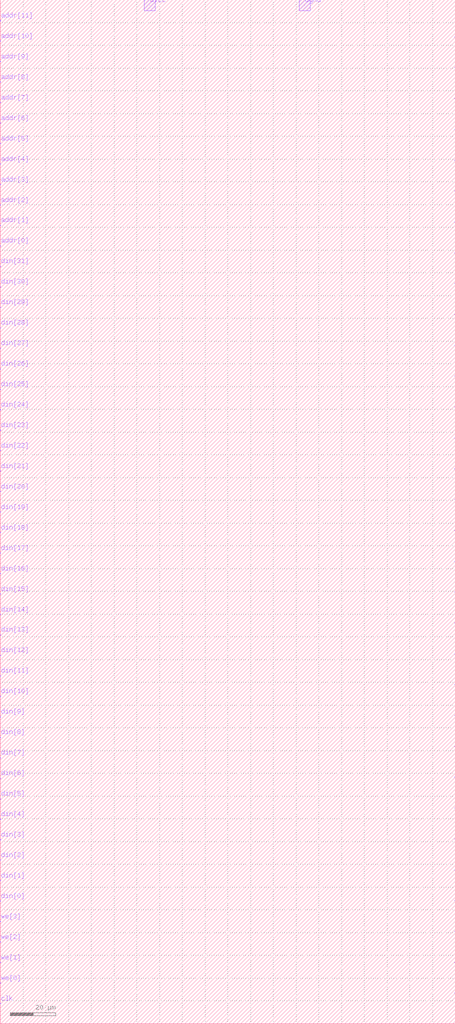
<source format=lef>
VERSION 5.6 ;


BUSBITCHARS "[]" ;
DIVIDERCHAR "/"  ;

MACRO bytewrite_ram_32bits
    CLASS BLOCK ;
    FOREIGN bytewrite_ram_32bits 0.000 0.000  ;
    ORIGIN 0.000 0.000 ;
    SIZE 200.0 BY 450.0 ;
    SYMMETRY x y r90 ;

    PIN dvcc
        DIRECTION  INOUT ;
	USE POWER ;
        PORT
        LAYER metal1 ;
        RECT  63.36 445.2 68.16 450.0 ;
        END
    END dvcc

    PIN dgnd
        DIRECTION  INOUT ;
	USE GROUND ;
        PORT
        LAYER metal1 ;
        RECT  131.52 445.2 136.32 450.0 ;
        END
    END dgnd

    PIN dout[0]
        DIRECTION  OUTPUT ;
	
        PORT
        LAYER metal1 ;
        RECT  199.76 13.32 200.0 13.56 ;
        END
    END dout[0]

    PIN dout[1]
        DIRECTION  OUTPUT ;
	
        PORT
        LAYER metal1 ;
        RECT  199.76 26.88 200.0 27.12 ;
        END
    END dout[1]

    PIN dout[2]
        DIRECTION  OUTPUT ;
	
        PORT
        LAYER metal1 ;
        RECT  199.76 40.44 200.0 40.68 ;
        END
    END dout[2]

    PIN dout[3]
        DIRECTION  OUTPUT ;
	
        PORT
        LAYER metal1 ;
        RECT  199.76 54.0 200.0 54.24 ;
        END
    END dout[3]

    PIN dout[4]
        DIRECTION  OUTPUT ;
	
        PORT
        LAYER metal1 ;
        RECT  199.76 67.56 200.0 67.8 ;
        END
    END dout[4]

    PIN dout[5]
        DIRECTION  OUTPUT ;
	
        PORT
        LAYER metal1 ;
        RECT  199.76 81.12 200.0 81.36 ;
        END
    END dout[5]

    PIN dout[6]
        DIRECTION  OUTPUT ;
	
        PORT
        LAYER metal1 ;
        RECT  199.76 94.68 200.0 94.92 ;
        END
    END dout[6]

    PIN dout[7]
        DIRECTION  OUTPUT ;
	
        PORT
        LAYER metal1 ;
        RECT  199.76 108.24 200.0 108.48 ;
        END
    END dout[7]

    PIN dout[8]
        DIRECTION  OUTPUT ;
	
        PORT
        LAYER metal1 ;
        RECT  199.76 121.8 200.0 122.04 ;
        END
    END dout[8]

    PIN dout[9]
        DIRECTION  OUTPUT ;
	
        PORT
        LAYER metal1 ;
        RECT  199.76 135.36 200.0 135.6 ;
        END
    END dout[9]

    PIN dout[10]
        DIRECTION  OUTPUT ;
	
        PORT
        LAYER metal1 ;
        RECT  199.76 148.92 200.0 149.16 ;
        END
    END dout[10]

    PIN dout[11]
        DIRECTION  OUTPUT ;
	
        PORT
        LAYER metal1 ;
        RECT  199.76 162.48 200.0 162.72 ;
        END
    END dout[11]

    PIN dout[12]
        DIRECTION  OUTPUT ;
	
        PORT
        LAYER metal1 ;
        RECT  199.76 176.04 200.0 176.28 ;
        END
    END dout[12]

    PIN dout[13]
        DIRECTION  OUTPUT ;
	
        PORT
        LAYER metal1 ;
        RECT  199.76 189.6 200.0 189.84 ;
        END
    END dout[13]

    PIN dout[14]
        DIRECTION  OUTPUT ;
	
        PORT
        LAYER metal1 ;
        RECT  199.76 203.16 200.0 203.4 ;
        END
    END dout[14]

    PIN dout[15]
        DIRECTION  OUTPUT ;
	
        PORT
        LAYER metal1 ;
        RECT  199.76 216.72 200.0 216.96 ;
        END
    END dout[15]

    PIN dout[16]
        DIRECTION  OUTPUT ;
	
        PORT
        LAYER metal1 ;
        RECT  199.76 230.28 200.0 230.52 ;
        END
    END dout[16]

    PIN dout[17]
        DIRECTION  OUTPUT ;
	
        PORT
        LAYER metal1 ;
        RECT  199.76 243.84 200.0 244.08 ;
        END
    END dout[17]

    PIN dout[18]
        DIRECTION  OUTPUT ;
	
        PORT
        LAYER metal1 ;
        RECT  199.76 257.4 200.0 257.64 ;
        END
    END dout[18]

    PIN dout[19]
        DIRECTION  OUTPUT ;
	
        PORT
        LAYER metal1 ;
        RECT  199.76 270.96 200.0 271.2 ;
        END
    END dout[19]

    PIN dout[20]
        DIRECTION  OUTPUT ;
	
        PORT
        LAYER metal1 ;
        RECT  199.76 284.52 200.0 284.76 ;
        END
    END dout[20]

    PIN dout[21]
        DIRECTION  OUTPUT ;
	
        PORT
        LAYER metal1 ;
        RECT  199.76 298.08 200.0 298.32 ;
        END
    END dout[21]

    PIN dout[22]
        DIRECTION  OUTPUT ;
	
        PORT
        LAYER metal1 ;
        RECT  199.76 311.64 200.0 311.88 ;
        END
    END dout[22]

    PIN dout[23]
        DIRECTION  OUTPUT ;
	
        PORT
        LAYER metal1 ;
        RECT  199.76 325.2 200.0 325.44 ;
        END
    END dout[23]

    PIN dout[24]
        DIRECTION  OUTPUT ;
	
        PORT
        LAYER metal1 ;
        RECT  199.76 338.76 200.0 339.0 ;
        END
    END dout[24]

    PIN dout[25]
        DIRECTION  OUTPUT ;
	
        PORT
        LAYER metal1 ;
        RECT  199.76 352.32 200.0 352.56 ;
        END
    END dout[25]

    PIN dout[26]
        DIRECTION  OUTPUT ;
	
        PORT
        LAYER metal1 ;
        RECT  199.76 365.88 200.0 366.12 ;
        END
    END dout[26]

    PIN dout[27]
        DIRECTION  OUTPUT ;
	
        PORT
        LAYER metal1 ;
        RECT  199.76 379.44 200.0 379.68 ;
        END
    END dout[27]

    PIN dout[28]
        DIRECTION  OUTPUT ;
	
        PORT
        LAYER metal1 ;
        RECT  199.76 393.0 200.0 393.24 ;
        END
    END dout[28]

    PIN dout[29]
        DIRECTION  OUTPUT ;
	
        PORT
        LAYER metal1 ;
        RECT  199.76 406.56 200.0 406.8 ;
        END
    END dout[29]

    PIN dout[30]
        DIRECTION  OUTPUT ;
	
        PORT
        LAYER metal1 ;
        RECT  199.76 420.12 200.0 420.36 ;
        END
    END dout[30]

    PIN dout[31]
        DIRECTION  OUTPUT ;
	
        PORT
        LAYER metal1 ;
        RECT  199.76 433.68 200.0 433.92 ;
        END
    END dout[31]

    PIN clk
        DIRECTION  INPUT ;
	
        PORT
        LAYER metal1 ;
        RECT  0 8.76 0.24 9.0 ;
        END
    END clk

    PIN we[0]
        DIRECTION  INPUT ;
	
        PORT
        LAYER metal1 ;
        RECT  0 17.76 0.24 18.0 ;
        END
    END we[0]

    PIN we[1]
        DIRECTION  INPUT ;
	
        PORT
        LAYER metal1 ;
        RECT  0 26.76 0.24 27.0 ;
        END
    END we[1]

    PIN we[2]
        DIRECTION  INPUT ;
	
        PORT
        LAYER metal1 ;
        RECT  0 35.76 0.24 36.0 ;
        END
    END we[2]

    PIN we[3]
        DIRECTION  INPUT ;
	
        PORT
        LAYER metal1 ;
        RECT  0 44.76 0.24 45.0 ;
        END
    END we[3]

    PIN din[0]
        DIRECTION  INPUT ;
	
        PORT
        LAYER metal1 ;
        RECT  0 53.76 0.24 54.0 ;
        END
    END din[0]

    PIN din[1]
        DIRECTION  INPUT ;
	
        PORT
        LAYER metal1 ;
        RECT  0 62.76 0.24 63.0 ;
        END
    END din[1]

    PIN din[2]
        DIRECTION  INPUT ;
	
        PORT
        LAYER metal1 ;
        RECT  0 71.76 0.24 72.0 ;
        END
    END din[2]

    PIN din[3]
        DIRECTION  INPUT ;
	
        PORT
        LAYER metal1 ;
        RECT  0 80.76 0.24 81.0 ;
        END
    END din[3]

    PIN din[4]
        DIRECTION  INPUT ;
	
        PORT
        LAYER metal1 ;
        RECT  0 89.76 0.24 90.0 ;
        END
    END din[4]

    PIN din[5]
        DIRECTION  INPUT ;
	
        PORT
        LAYER metal1 ;
        RECT  0 98.76 0.24 99.0 ;
        END
    END din[5]

    PIN din[6]
        DIRECTION  INPUT ;
	
        PORT
        LAYER metal1 ;
        RECT  0 107.76 0.24 108.0 ;
        END
    END din[6]

    PIN din[7]
        DIRECTION  INPUT ;
	
        PORT
        LAYER metal1 ;
        RECT  0 116.76 0.24 117.0 ;
        END
    END din[7]

    PIN din[8]
        DIRECTION  INPUT ;
	
        PORT
        LAYER metal1 ;
        RECT  0 125.76 0.24 126.0 ;
        END
    END din[8]

    PIN din[9]
        DIRECTION  INPUT ;
	
        PORT
        LAYER metal1 ;
        RECT  0 134.76 0.24 135.0 ;
        END
    END din[9]

    PIN din[10]
        DIRECTION  INPUT ;
	
        PORT
        LAYER metal1 ;
        RECT  0 143.76 0.24 144.0 ;
        END
    END din[10]

    PIN din[11]
        DIRECTION  INPUT ;
	
        PORT
        LAYER metal1 ;
        RECT  0 152.76 0.24 153.0 ;
        END
    END din[11]

    PIN din[12]
        DIRECTION  INPUT ;
	
        PORT
        LAYER metal1 ;
        RECT  0 161.76 0.24 162.0 ;
        END
    END din[12]

    PIN din[13]
        DIRECTION  INPUT ;
	
        PORT
        LAYER metal1 ;
        RECT  0 170.76 0.24 171.0 ;
        END
    END din[13]

    PIN din[14]
        DIRECTION  INPUT ;
	
        PORT
        LAYER metal1 ;
        RECT  0 179.76 0.24 180.0 ;
        END
    END din[14]

    PIN din[15]
        DIRECTION  INPUT ;
	
        PORT
        LAYER metal1 ;
        RECT  0 188.76 0.24 189.0 ;
        END
    END din[15]

    PIN din[16]
        DIRECTION  INPUT ;
	
        PORT
        LAYER metal1 ;
        RECT  0 197.76 0.24 198.0 ;
        END
    END din[16]

    PIN din[17]
        DIRECTION  INPUT ;
	
        PORT
        LAYER metal1 ;
        RECT  0 206.76 0.24 207.0 ;
        END
    END din[17]

    PIN din[18]
        DIRECTION  INPUT ;
	
        PORT
        LAYER metal1 ;
        RECT  0 215.76 0.24 216.0 ;
        END
    END din[18]

    PIN din[19]
        DIRECTION  INPUT ;
	
        PORT
        LAYER metal1 ;
        RECT  0 224.76 0.24 225.0 ;
        END
    END din[19]

    PIN din[20]
        DIRECTION  INPUT ;
	
        PORT
        LAYER metal1 ;
        RECT  0 233.76 0.24 234.0 ;
        END
    END din[20]

    PIN din[21]
        DIRECTION  INPUT ;
	
        PORT
        LAYER metal1 ;
        RECT  0 242.76 0.24 243.0 ;
        END
    END din[21]

    PIN din[22]
        DIRECTION  INPUT ;
	
        PORT
        LAYER metal1 ;
        RECT  0 251.76 0.24 252.0 ;
        END
    END din[22]

    PIN din[23]
        DIRECTION  INPUT ;
	
        PORT
        LAYER metal1 ;
        RECT  0 260.76 0.24 261.0 ;
        END
    END din[23]

    PIN din[24]
        DIRECTION  INPUT ;
	
        PORT
        LAYER metal1 ;
        RECT  0 269.76 0.24 270.0 ;
        END
    END din[24]

    PIN din[25]
        DIRECTION  INPUT ;
	
        PORT
        LAYER metal1 ;
        RECT  0 278.76 0.24 279.0 ;
        END
    END din[25]

    PIN din[26]
        DIRECTION  INPUT ;
	
        PORT
        LAYER metal1 ;
        RECT  0 287.76 0.24 288.0 ;
        END
    END din[26]

    PIN din[27]
        DIRECTION  INPUT ;
	
        PORT
        LAYER metal1 ;
        RECT  0 296.76 0.24 297.0 ;
        END
    END din[27]

    PIN din[28]
        DIRECTION  INPUT ;
	
        PORT
        LAYER metal1 ;
        RECT  0 305.76 0.24 306.0 ;
        END
    END din[28]

    PIN din[29]
        DIRECTION  INPUT ;
	
        PORT
        LAYER metal1 ;
        RECT  0 314.76 0.24 315.0 ;
        END
    END din[29]

    PIN din[30]
        DIRECTION  INPUT ;
	
        PORT
        LAYER metal1 ;
        RECT  0 323.76 0.24 324.0 ;
        END
    END din[30]

    PIN din[31]
        DIRECTION  INPUT ;
	
        PORT
        LAYER metal1 ;
        RECT  0 332.76 0.24 333.0 ;
        END
    END din[31]

    PIN addr[0]
        DIRECTION  INPUT ;
	
        PORT
        LAYER metal1 ;
        RECT  0 341.76 0.24 342.0 ;
        END
    END addr[0]

    PIN addr[1]
        DIRECTION  INPUT ;
	
        PORT
        LAYER metal1 ;
        RECT  0 350.76 0.24 351.0 ;
        END
    END addr[1]

    PIN addr[2]
        DIRECTION  INPUT ;
	
        PORT
        LAYER metal1 ;
        RECT  0 359.76 0.24 360.0 ;
        END
    END addr[2]

    PIN addr[3]
        DIRECTION  INPUT ;
	
        PORT
        LAYER metal1 ;
        RECT  0 368.76 0.24 369.0 ;
        END
    END addr[3]

    PIN addr[4]
        DIRECTION  INPUT ;
	
        PORT
        LAYER metal1 ;
        RECT  0 377.76 0.24 378.0 ;
        END
    END addr[4]

    PIN addr[5]
        DIRECTION  INPUT ;
	
        PORT
        LAYER metal1 ;
        RECT  0 386.76 0.24 387.0 ;
        END
    END addr[5]

    PIN addr[6]
        DIRECTION  INPUT ;
	
        PORT
        LAYER metal1 ;
        RECT  0 395.76 0.24 396.0 ;
        END
    END addr[6]

    PIN addr[7]
        DIRECTION  INPUT ;
	
        PORT
        LAYER metal1 ;
        RECT  0 404.76 0.24 405.0 ;
        END
    END addr[7]

    PIN addr[8]
        DIRECTION  INPUT ;
	
        PORT
        LAYER metal1 ;
        RECT  0 413.76 0.24 414.0 ;
        END
    END addr[8]

    PIN addr[9]
        DIRECTION  INPUT ;
	
        PORT
        LAYER metal1 ;
        RECT  0 422.76 0.24 423.0 ;
        END
    END addr[9]

    PIN addr[10]
        DIRECTION  INPUT ;
	
        PORT
        LAYER metal1 ;
        RECT  0 431.76 0.24 432.0 ;
        END
    END addr[10]

    PIN addr[11]
        DIRECTION  INPUT ;
	
        PORT
        LAYER metal1 ;
        RECT  0 440.76 0.24 441.0 ;
        END
    END addr[11]

END bytewrite_ram_32bits

END LIBRARY

</source>
